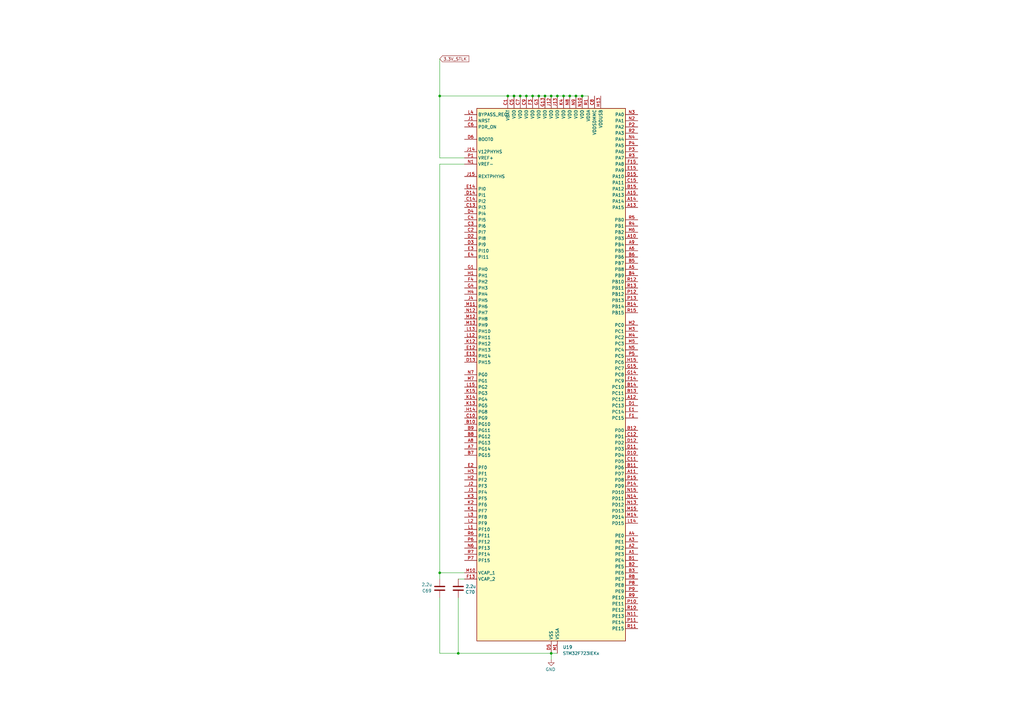
<source format=kicad_sch>
(kicad_sch (version 20231120) (generator "eeschema") (generator_version "8.0")
  (paper "A3")
  (lib_symbols
    (symbol "Device:C" (pin_numbers hide) (pin_names (offset 0.254))
      (property "Reference" "C" (at 0.635 2.54 0))
      (property "Value" "C" (at 0.635 -2.54 0))
      (symbol "C_0_1"
        (polyline (pts (xy -2.032 -0.762) (xy 2.032 -0.762)) (stroke (width 0.508)))
        (polyline (pts (xy -2.032 0.762) (xy 2.032 0.762)) (stroke (width 0.508)))
      )
      (symbol "C_1_1"
        (pin passive line (at 0 3.81 270) (length 2.794) (name "~") (number "1"))
        (pin passive line (at 0 -3.81 90) (length 2.794) (name "~") (number "2"))
      )
    )
    (symbol "MCU_ST_STM32F7:STM32F723IEKx"
      (property "Reference" "U" (at -30.48 110.49 0))
      (property "Value" "STM32F723IEKx" (at 22.86 110.49 0))
      (symbol "STM32F723IEKx_0_1"
        (rectangle (start -30.48 -109.22) (end 30.48 109.22) (stroke (width 0.254)) (fill (type background)))
      )
      (symbol "STM32F723IEKx_1_1"
        (pin bidirectional line (at 35.56 -73.66 180) (length 5.08) (name "PE3") (number "A1"))
        (pin bidirectional line (at 35.56 55.88 180) (length 5.08) (name "PB3") (number "A10"))
        (pin bidirectional line (at 35.56 -40.64 180) (length 5.08) (name "PD7") (number "A11"))
        (pin bidirectional line (at 35.56 -10.16 180) (length 5.08) (name "PC12") (number "A12"))
        (pin bidirectional line (at 35.56 68.58 180) (length 5.08) (name "PA15") (number "A13"))
        (pin bidirectional line (at 35.56 71.12 180) (length 5.08) (name "PA14") (number "A14"))
        (pin bidirectional line (at 35.56 73.66 180) (length 5.08) (name "PA13") (number "A15"))
        (pin bidirectional line (at 35.56 -71.12 180) (length 5.08) (name "PE2") (number "A2"))
        (pin bidirectional line (at 35.56 -68.58 180) (length 5.08) (name "PE1") (number "A3"))
        (pin bidirectional line (at 35.56 -66.04 180) (length 5.08) (name "PE0") (number "A4"))
        (pin bidirectional line (at 35.56 43.18 180) (length 5.08) (name "PB8") (number "A5"))
        (pin bidirectional line (at 35.56 50.8 180) (length 5.08) (name "PB5") (number "A6"))
        (pin bidirectional line (at -35.56 -30.48 0) (length 5.08) (name "PG14") (number "A7"))
        (pin bidirectional line (at -35.56 -27.94 0) (length 5.08) (name "PG13") (number "A8"))
        (pin bidirectional line (at 35.56 53.34 180) (length 5.08) (name "PB4") (number "A9"))
        (pin bidirectional line (at 35.56 -76.2 180) (length 5.08) (name "PE4") (number "B1"))
        (pin bidirectional line (at -35.56 -20.32 0) (length 5.08) (name "PG10") (number "B10"))
        (pin bidirectional line (at 35.56 -38.1 180) (length 5.08) (name "PD6") (number "B11"))
        (pin bidirectional line (at 35.56 -22.86 180) (length 5.08) (name "PD0") (number "B12"))
        (pin bidirectional line (at 35.56 -7.62 180) (length 5.08) (name "PC11") (number "B13"))
        (pin bidirectional line (at 35.56 -5.08 180) (length 5.08) (name "PC10") (number "B14"))
        (pin bidirectional line (at 35.56 76.2 180) (length 5.08) (name "PA12") (number "B15"))
        (pin bidirectional line (at 35.56 -78.74 180) (length 5.08) (name "PE5") (number "B2"))
        (pin bidirectional line (at 35.56 -81.28 180) (length 5.08) (name "PE6") (number "B3"))
        (pin bidirectional line (at 35.56 40.64 180) (length 5.08) (name "PB9") (number "B4"))
        (pin bidirectional line (at 35.56 45.72 180) (length 5.08) (name "PB7") (number "B5"))
        (pin bidirectional line (at 35.56 48.26 180) (length 5.08) (name "PB6") (number "B6"))
        (pin bidirectional line (at -35.56 -33.02 0) (length 5.08) (name "PG15") (number "B7"))
        (pin bidirectional line (at -35.56 -25.4 0) (length 5.08) (name "PG12") (number "B8"))
        (pin bidirectional line (at -35.56 -22.86 0) (length 5.08) (name "PG11") (number "B9"))
        (pin power_in line (at -17.78 114.3 270) (length 5.08) (name "VBAT") (number "C1"))
        (pin bidirectional line (at -35.56 -17.78 0) (length 5.08) (name "PG9") (number "C10"))
        (pin bidirectional line (at 35.56 -35.56 180) (length 5.08) (name "PD5") (number "C11"))
        (pin bidirectional line (at 35.56 -25.4 180) (length 5.08) (name "PD1") (number "C12"))
        (pin bidirectional line (at -35.56 68.58 0) (length 5.08) (name "PI3") (number "C13"))
        (pin bidirectional line (at -35.56 71.12 0) (length 5.08) (name "PI2") (number "C14"))
        (pin bidirectional line (at 35.56 78.74 180) (length 5.08) (name "PA11") (number "C15"))
        (pin bidirectional line (at -35.56 58.42 0) (length 5.08) (name "PI7") (number "C2"))
        (pin bidirectional line (at -35.56 60.96 0) (length 5.08) (name "PI6") (number "C3"))
        (pin bidirectional line (at -35.56 63.5 0) (length 5.08) (name "PI5") (number "C4"))
        (pin power_in line (at -15.24 114.3 270) (length 5.08) (name "VDD") (number "C5"))
        (pin input line (at -35.56 101.6 0) (length 5.08) (name "PDR_ON") (number "C6"))
        (pin power_in line (at -12.7 114.3 270) (length 5.08) (name "VDD") (number "C7"))
        (pin power_in line (at 17.78 114.3 270) (length 5.08) (name "VDDSDMMC") (number "C8"))
        (pin power_in line (at -10.16 114.3 270) (length 5.08) (name "VDD") (number "C9"))
        (pin bidirectional line (at 35.56 -12.7 180) (length 5.08) (name "PC13") (number "D1"))
        (pin bidirectional line (at 35.56 -33.02 180) (length 5.08) (name "PD4") (number "D10"))
        (pin bidirectional line (at 35.56 -30.48 180) (length 5.08) (name "PD3") (number "D11"))
        (pin bidirectional line (at 35.56 -27.94 180) (length 5.08) (name "PD2") (number "D12"))
        (pin bidirectional line (at -35.56 5.08 0) (length 5.08) (name "PH15") (number "D13"))
        (pin bidirectional line (at -35.56 73.66 0) (length 5.08) (name "PI1") (number "D14"))
        (pin bidirectional line (at 35.56 81.28 180) (length 5.08) (name "PA10") (number "D15"))
        (pin bidirectional line (at -35.56 55.88 0) (length 5.08) (name "PI8") (number "D2"))
        (pin bidirectional line (at -35.56 53.34 0) (length 5.08) (name "PI9") (number "D3"))
        (pin bidirectional line (at -35.56 66.04 0) (length 5.08) (name "PI4") (number "D4"))
        (pin power_in line (at 0 -114.3 90) (length 5.08) (name "VSS") (number "D5"))
        (pin input line (at -35.56 96.52 0) (length 5.08) (name "BOOT0") (number "D6"))
        (pin passive line (at 0 -114.3 90) (length 5.08) hide (name "VSS") (number "D7"))
        (pin passive line (at 0 -114.3 90) (length 5.08) hide (name "VSS") (number "D8"))
        (pin passive line (at 0 -114.3 90) (length 5.08) hide (name "VSS") (number "D9"))
        (pin bidirectional line (at 35.56 -15.24 180) (length 5.08) (name "PC14") (number "E1"))
        (pin bidirectional line (at -35.56 10.16 0) (length 5.08) (name "PH13") (number "E12"))
        (pin bidirectional line (at -35.56 7.62 0) (length 5.08) (name "PH14") (number "E13"))
        (pin bidirectional line (at -35.56 76.2 0) (length 5.08) (name "PI0") (number "E14"))
        (pin bidirectional line (at 35.56 83.82 180) (length 5.08) (name "PA9") (number "E15"))
        (pin bidirectional line (at -35.56 -38.1 0) (length 5.08) (name "PF0") (number "E2"))
        (pin bidirectional line (at -35.56 50.8 0) (length 5.08) (name "PI10") (number "E3"))
        (pin bidirectional line (at -35.56 48.26 0) (length 5.08) (name "PI11") (number "E4"))
        (pin bidirectional line (at 35.56 -17.78 180) (length 5.08) (name "PC15") (number "F1"))
        (pin passive line (at 0 -114.3 90) (length 5.08) hide (name "VSS") (number "F10"))
        (pin passive line (at 0 -114.3 90) (length 5.08) hide (name "VSS") (number "F12"))
        (pin power_out line (at -35.56 -83.82 0) (length 5.08) (name "VCAP_2") (number "F13"))
        (pin bidirectional line (at 35.56 -2.54 180) (length 5.08) (name "PC9") (number "F14"))
        (pin bidirectional line (at 35.56 86.36 180) (length 5.08) (name "PA8") (number "F15"))
        (pin passive line (at 0 -114.3 90) (length 5.08) hide (name "VSS") (number "F2"))
        (pin power_in line (at -7.62 114.3 270) (length 5.08) (name "VDD") (number "F3"))
        (pin bidirectional line (at -35.56 38.1 0) (length 5.08) (name "PH2") (number "F4"))
        (pin passive line (at 0 -114.3 90) (length 5.08) hide (name "VSS") (number "F6"))
        (pin passive line (at 0 -114.3 90) (length 5.08) hide (name "VSS") (number "F7"))
        (pin passive line (at 0 -114.3 90) (length 5.08) hide (name "VSS") (number "F8"))
        (pin passive line (at 0 -114.3 90) (length 5.08) hide (name "VSS") (number "F9"))
        (pin bidirectional line (at -35.56 43.18 0) (length 5.08) (name "PH0") (number "G1"))
        (pin passive line (at 0 -114.3 90) (length 5.08) hide (name "VSS") (number "G10"))
        (pin passive line (at 0 -114.3 90) (length 5.08) hide (name "VSS") (number "G12"))
        (pin power_in line (at -2.54 114.3 270) (length 5.08) (name "VDD") (number "G13"))
        (pin bidirectional line (at 35.56 0 180) (length 5.08) (name "PC8") (number "G14"))
        (pin bidirectional line (at 35.56 2.54 180) (length 5.08) (name "PC7") (number "G15"))
        (pin passive line (at 0 -114.3 90) (length 5.08) hide (name "VSS") (number "G2"))
        (pin power_in line (at -5.08 114.3 270) (length 5.08) (name "VDD") (number "G3"))
        (pin bidirectional line (at -35.56 35.56 0) (length 5.08) (name "PH3") (number "G4"))
        (pin passive line (at 0 -114.3 90) (length 5.08) hide (name "VSS") (number "G6"))
        (pin passive line (at 0 -114.3 90) (length 5.08) hide (name "VSS") (number "G7"))
        (pin passive line (at 0 -114.3 90) (length 5.08) hide (name "VSS") (number "G8"))
        (pin passive line (at 0 -114.3 90) (length 5.08) hide (name "VSS") (number "G9"))
        (pin bidirectional line (at -35.56 40.64 0) (length 5.08) (name "PH1") (number "H1"))
        (pin passive line (at 0 -114.3 90) (length 5.08) hide (name "VSS") (number "H10"))
        (pin passive line (at 0 -114.3 90) (length 5.08) hide (name "VSS") (number "H12"))
        (pin power_in line (at 20.32 114.3 270) (length 5.08) (name "VDDUSB") (number "H13"))
        (pin bidirectional line (at -35.56 -15.24 0) (length 5.08) (name "PG8") (number "H14"))
        (pin bidirectional line (at 35.56 5.08 180) (length 5.08) (name "PC6") (number "H15"))
        (pin bidirectional line (at -35.56 -43.18 0) (length 5.08) (name "PF2") (number "H2"))
        (pin bidirectional line (at -35.56 -40.64 0) (length 5.08) (name "PF1") (number "H3"))
        (pin bidirectional line (at -35.56 33.02 0) (length 5.08) (name "PH4") (number "H4"))
        (pin passive line (at 0 -114.3 90) (length 5.08) hide (name "VSS") (number "H6"))
        (pin passive line (at 0 -114.3 90) (length 5.08) hide (name "VSS") (number "H7"))
        (pin passive line (at 0 -114.3 90) (length 5.08) hide (name "VSS") (number "H8"))
        (pin passive line (at 0 -114.3 90) (length 5.08) hide (name "VSS") (number "H9"))
        (pin input line (at -35.56 104.14 0) (length 5.08) (name "NRST") (number "J1"))
        (pin passive line (at 0 -114.3 90) (length 5.08) hide (name "VSS") (number "J10"))
        (pin power_in line (at 0 114.3 270) (length 5.08) (name "VDD") (number "J12"))
        (pin power_in line (at 2.54 114.3 270) (length 5.08) (name "VDD") (number "J13"))
        (pin power_in line (at -35.56 91.44 0) (length 5.08) (name "V12PHYHS") (number "J14"))
        (pin bidirectional line (at -35.56 81.28 0) (length 5.08) (name "REXTPHYHS") (number "J15"))
        (pin bidirectional line (at -35.56 -45.72 0) (length 5.08) (name "PF3") (number "J2"))
        (pin bidirectional line (at -35.56 -48.26 0) (length 5.08) (name "PF4") (number "J3"))
        (pin bidirectional line (at -35.56 30.48 0) (length 5.08) (name "PH5") (number "J4"))
        (pin passive line (at 0 -114.3 90) (length 5.08) hide (name "VSS") (number "J6"))
        (pin passive line (at 0 -114.3 90) (length 5.08) hide (name "VSS") (number "J7"))
        (pin passive line (at 0 -114.3 90) (length 5.08) hide (name "VSS") (number "J8"))
        (pin passive line (at 0 -114.3 90) (length 5.08) hide (name "VSS") (number "J9"))
        (pin bidirectional line (at -35.56 -55.88 0) (length 5.08) (name "PF7") (number "K1"))
        (pin passive line (at 0 -114.3 90) (length 5.08) hide (name "VSS") (number "K10"))
        (pin bidirectional line (at -35.56 12.7 0) (length 5.08) (name "PH12") (number "K12"))
        (pin bidirectional line (at -35.56 -12.7 0) (length 5.08) (name "PG5") (number "K13"))
        (pin bidirectional line (at -35.56 -10.16 0) (length 5.08) (name "PG4") (number "K14"))
        (pin bidirectional line (at -35.56 -7.62 0) (length 5.08) (name "PG3") (number "K15"))
        (pin bidirectional line (at -35.56 -53.34 0) (length 5.08) (name "PF6") (number "K2"))
        (pin bidirectional line (at -35.56 -50.8 0) (length 5.08) (name "PF5") (number "K3"))
        (pin power_in line (at 5.08 114.3 270) (length 5.08) (name "VDD") (number "K4"))
        (pin passive line (at 0 -114.3 90) (length 5.08) hide (name "VSS") (number "K6"))
        (pin passive line (at 0 -114.3 90) (length 5.08) hide (name "VSS") (number "K7"))
        (pin passive line (at 0 -114.3 90) (length 5.08) hide (name "VSS") (number "K8"))
        (pin passive line (at 0 -114.3 90) (length 5.08) hide (name "VSS") (number "K9"))
        (pin bidirectional line (at -35.56 -63.5 0) (length 5.08) (name "PF10") (number "L1"))
        (pin bidirectional line (at -35.56 15.24 0) (length 5.08) (name "PH11") (number "L12"))
        (pin bidirectional line (at -35.56 17.78 0) (length 5.08) (name "PH10") (number "L13"))
        (pin bidirectional line (at 35.56 -60.96 180) (length 5.08) (name "PD15") (number "L14"))
        (pin bidirectional line (at -35.56 -5.08 0) (length 5.08) (name "PG2") (number "L15"))
        (pin bidirectional line (at -35.56 -60.96 0) (length 5.08) (name "PF9") (number "L2"))
        (pin bidirectional line (at -35.56 -58.42 0) (length 5.08) (name "PF8") (number "L3"))
        (pin input line (at -35.56 106.68 0) (length 5.08) (name "BYPASS_REG") (number "L4"))
        (pin power_in line (at 2.54 -114.3 90) (length 5.08) (name "VSSA") (number "M1"))
        (pin power_out line (at -35.56 -81.28 0) (length 5.08) (name "VCAP_1") (number "M10"))
        (pin bidirectional line (at -35.56 27.94 0) (length 5.08) (name "PH6") (number "M11"))
        (pin bidirectional line (at -35.56 22.86 0) (length 5.08) (name "PH8") (number "M12"))
        (pin bidirectional line (at -35.56 20.32 0) (length 5.08) (name "PH9") (number "M13"))
        (pin bidirectional line (at 35.56 -58.42 180) (length 5.08) (name "PD14") (number "M14"))
        (pin bidirectional line (at 35.56 -55.88 180) (length 5.08) (name "PD13") (number "M15"))
        (pin bidirectional line (at 35.56 20.32 180) (length 5.08) (name "PC0") (number "M2"))
        (pin bidirectional line (at 35.56 17.78 180) (length 5.08) (name "PC1") (number "M3"))
        (pin bidirectional line (at 35.56 15.24 180) (length 5.08) (name "PC2") (number "M4"))
        (pin bidirectional line (at 35.56 12.7 180) (length 5.08) (name "PC3") (number "M5"))
        (pin bidirectional line (at 35.56 58.42 180) (length 5.08) (name "PB2") (number "M6"))
        (pin bidirectional line (at -35.56 -2.54 0) (length 5.08) (name "PG1") (number "M7"))
        (pin passive line (at 0 -114.3 90) (length 5.08) hide (name "VSS") (number "M8"))
        (pin passive line (at 0 -114.3 90) (length 5.08) hide (name "VSS") (number "M9"))
        (pin input line (at -35.56 86.36 0) (length 5.08) (name "VREF-") (number "N1"))
        (pin power_in line (at 12.7 114.3 270) (length 5.08) (name "VDD") (number "N10"))
        (pin bidirectional line (at 35.56 -99.06 180) (length 5.08) (name "PE13") (number "N11"))
        (pin bidirectional line (at -35.56 25.4 0) (length 5.08) (name "PH7") (number "N12"))
        (pin bidirectional line (at 35.56 -53.34 180) (length 5.08) (name "PD12") (number "N13"))
        (pin bidirectional line (at 35.56 -50.8 180) (length 5.08) (name "PD11") (number "N14"))
        (pin bidirectional line (at 35.56 -48.26 180) (length 5.08) (name "PD10") (number "N15"))
        (pin bidirectional line (at 35.56 104.14 180) (length 5.08) (name "PA1") (number "N2"))
        (pin bidirectional line (at 35.56 106.68 180) (length 5.08) (name "PA0") (number "N3"))
        (pin bidirectional line (at 35.56 96.52 180) (length 5.08) (name "PA4") (number "N4"))
        (pin bidirectional line (at 35.56 10.16 180) (length 5.08) (name "PC4") (number "N5"))
        (pin bidirectional line (at -35.56 -71.12 0) (length 5.08) (name "PF13") (number "N6"))
        (pin bidirectional line (at -35.56 0 0) (length 5.08) (name "PG0") (number "N7"))
        (pin power_in line (at 7.62 114.3 270) (length 5.08) (name "VDD") (number "N8"))
        (pin power_in line (at 10.16 114.3 270) (length 5.08) (name "VDD") (number "N9"))
        (pin input line (at -35.56 88.9 0) (length 5.08) (name "VREF+") (number "P1"))
        (pin bidirectional line (at 35.56 -93.98 180) (length 5.08) (name "PE11") (number "P10"))
        (pin bidirectional line (at 35.56 -101.6 180) (length 5.08) (name "PE14") (number "P11"))
        (pin bidirectional line (at 35.56 33.02 180) (length 5.08) (name "PB12") (number "P12"))
        (pin bidirectional line (at 35.56 30.48 180) (length 5.08) (name "PB13") (number "P13"))
        (pin bidirectional line (at 35.56 -45.72 180) (length 5.08) (name "PD9") (number "P14"))
        (pin bidirectional line (at 35.56 -43.18 180) (length 5.08) (name "PD8") (number "P15"))
        (pin bidirectional line (at 35.56 101.6 180) (length 5.08) (name "PA2") (number "P2"))
        (pin bidirectional line (at 35.56 91.44 180) (length 5.08) (name "PA6") (number "P3"))
        (pin bidirectional line (at 35.56 93.98 180) (length 5.08) (name "PA5") (number "P4"))
        (pin bidirectional line (at 35.56 7.62 180) (length 5.08) (name "PC5") (number "P5"))
        (pin bidirectional line (at -35.56 -68.58 0) (length 5.08) (name "PF12") (number "P6"))
        (pin bidirectional line (at -35.56 -76.2 0) (length 5.08) (name "PF15") (number "P7"))
        (pin bidirectional line (at 35.56 -86.36 180) (length 5.08) (name "PE8") (number "P8"))
        (pin bidirectional line (at 35.56 -88.9 180) (length 5.08) (name "PE9") (number "P9"))
        (pin power_in line (at 15.24 114.3 270) (length 5.08) (name "VDDA") (number "R1"))
        (pin bidirectional line (at 35.56 -96.52 180) (length 5.08) (name "PE12") (number "R10"))
        (pin bidirectional line (at 35.56 -104.14 180) (length 5.08) (name "PE15") (number "R11"))
        (pin bidirectional line (at 35.56 38.1 180) (length 5.08) (name "PB10") (number "R12"))
        (pin bidirectional line (at 35.56 35.56 180) (length 5.08) (name "PB11") (number "R13"))
        (pin bidirectional line (at 35.56 27.94 180) (length 5.08) (name "PB14") (number "R14"))
        (pin bidirectional line (at 35.56 25.4 180) (length 5.08) (name "PB15") (number "R15"))
        (pin bidirectional line (at 35.56 99.06 180) (length 5.08) (name "PA3") (number "R2"))
        (pin bidirectional line (at 35.56 88.9 180) (length 5.08) (name "PA7") (number "R3"))
        (pin bidirectional line (at 35.56 60.96 180) (length 5.08) (name "PB1") (number "R4"))
        (pin bidirectional line (at 35.56 63.5 180) (length 5.08) (name "PB0") (number "R5"))
        (pin bidirectional line (at -35.56 -66.04 0) (length 5.08) (name "PF11") (number "R6"))
        (pin bidirectional line (at -35.56 -73.66 0) (length 5.08) (name "PF14") (number "R7"))
        (pin bidirectional line (at 35.56 -83.82 180) (length 5.08) (name "PE7") (number "R8"))
        (pin bidirectional line (at 35.56 -91.44 180) (length 5.08) (name "PE10") (number "R9"))
      )
    )
    (symbol "power:GND" (power) (pin_names (offset 0))
      (property "Value" "GND" (at 0 -3.81 0))
      (symbol "GND_0_1"
        (polyline (pts (xy 0 0) (xy 0 -1.27) (xy 1.27 -1.27) (xy 0 -2.54) (xy -1.27 -1.27) (xy 0 -1.27)))
      )
      (symbol "GND_1_1"
        (pin power_in line (at 0 0 270) (length 0) hide (name "GND") (number "1"))
      )
    )
  )
  (junction (at 215.9 39.37))
  (junction (at 213.36 39.37))
  (junction (at 220.98 39.37))
  (junction (at 180.34 39.37))
  (junction (at 226.06 267.97))
  (junction (at 218.44 39.37))
  (junction (at 228.6 39.37))
  (junction (at 233.68 39.37))
  (junction (at 231.14 39.37))
  (junction (at 180.34 234.95))
  (junction (at 236.22 39.37))
  (junction (at 238.76 39.37))
  (junction (at 187.96 267.97))
  (junction (at 226.06 39.37))
  (junction (at 210.82 39.37))
  (junction (at 208.28 39.37))
  (junction (at 223.52 39.37))
  (wire (pts (xy 226.06 39.37) (xy 223.52 39.37)))
  (wire (pts (xy 241.3 39.37) (xy 238.76 39.37)))
  (wire (pts (xy 180.34 67.31) (xy 180.34 234.95)))
  (wire (pts (xy 180.34 39.37) (xy 180.34 64.77)))
  (wire (pts (xy 210.82 39.37) (xy 208.28 39.37)))
  (wire (pts (xy 220.98 39.37) (xy 218.44 39.37)))
  (wire (pts (xy 190.5 64.77) (xy 180.34 64.77)))
  (wire (pts (xy 218.44 39.37) (xy 215.9 39.37)))
  (wire (pts (xy 180.34 234.95) (xy 190.5 234.95)))
  (wire (pts (xy 187.96 267.97) (xy 226.06 267.97)))
  (wire (pts (xy 180.34 39.37) (xy 208.28 39.37)))
  (wire (pts (xy 215.9 39.37) (xy 213.36 39.37)))
  (wire (pts (xy 187.96 245.11) (xy 187.96 267.97)))
  (wire (pts (xy 238.76 39.37) (xy 236.22 39.37)))
  (wire (pts (xy 233.68 39.37) (xy 231.14 39.37)))
  (wire (pts (xy 236.22 39.37) (xy 233.68 39.37)))
  (wire (pts (xy 228.6 39.37) (xy 226.06 39.37)))
  (wire (pts (xy 190.5 67.31) (xy 180.34 67.31)))
  (wire (pts (xy 213.36 39.37) (xy 210.82 39.37)))
  (wire (pts (xy 187.96 237.49) (xy 190.5 237.49)))
  (wire (pts (xy 223.52 39.37) (xy 220.98 39.37)))
  (wire (pts (xy 231.14 39.37) (xy 228.6 39.37)))
  (wire (pts (xy 226.06 267.97) (xy 228.6 267.97)))
  (wire (pts (xy 180.34 267.97) (xy 187.96 267.97)))
  (wire (pts (xy 226.06 267.97) (xy 226.06 270.51)))
  (wire (pts (xy 180.34 234.95) (xy 180.34 237.49)))
  (wire (pts (xy 180.34 245.11) (xy 180.34 267.97)))
  (wire (pts (xy 180.34 24.13) (xy 180.34 39.37)))
  (global_label "3.3V_STLK" (shape input) (at 180.34 24.13 0) (property "Intersheetrefs" "${INTERSHEET_REFS}" (effects (hide yes))))
  (symbol (lib_id "power:GND") (at 226.06 270.51 0) (unit 1)
    (property "Reference" "#PWR0132" (effects (hide yes)))
    (property "Value" "GND" (at 227.838 274.574 0) (effects (justify right)))
  )
  (symbol (lib_id "MCU_ST_STM32F7:STM32F723IEKx") (at 226.06 153.67 0) (unit 1)
    (property "Reference" "U19" (at 230.7941 265.43 0) (effects (justify left)))
    (property "Value" "STM32F723IEKx" (at 230.7941 267.97 0) (effects (justify left)))
    (property "Footprint" "Package_BGA:UFBGA-201_10x10mm_Layout15x15_P0.65mm" (effects (hide yes)))
    (property "Datasheet" "https://www.st.com/resource/en/datasheet/stm32f723ie.pdf" (effects (hide yes)))
    (property "Description" "STMicroelectronics Arm Cortex-M7 MCU, 512KB flash, 256KB RAM, 216 MHz, 1.7-3.6V, 138 GPIO, UFBGA176" (effects (hide yes)))
  )
  (symbol (lib_id "Device:C") (at 187.96 241.3 180) (unit 1)
    (property "Reference" "C70" (at 194.818 242.824 0) (effects (justify left)))
    (property "Value" "2.2u" (at 195.326 240.538 0) (effects (justify left)))
    (property "Footprint" "Capacitor_SMD:C_0603_1608Metric_Pad1.08x0.95mm_HandSolder" (effects (hide yes)))
  )
  (symbol (lib_id "Device:C") (at 180.34 241.3 180) (unit 1)
    (property "Reference" "C69" (at 177.038 242.316 0) (effects (justify left)))
    (property "Value" "2.2u" (at 177.292 239.776 0) (effects (justify left)))
    (property "Footprint" "Capacitor_SMD:C_0603_1608Metric_Pad1.08x0.95mm_HandSolder" (effects (hide yes)))
  )
)
</source>
